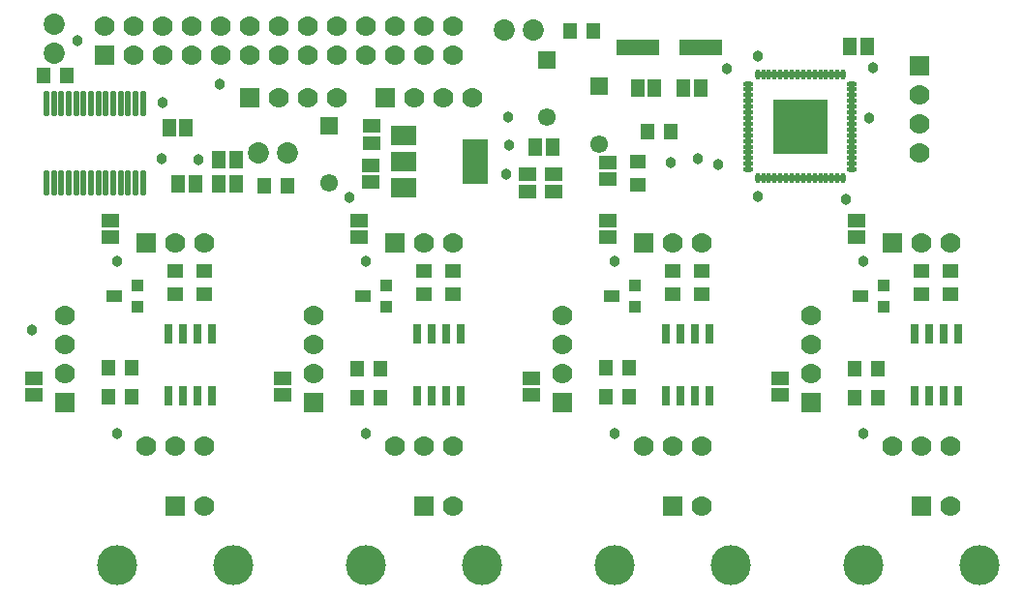
<source format=gts>
%FSLAX25Y25*%
%MOIN*%
G70*
G01*
G75*
G04 Layer_Color=8388736*
%ADD10R,0.04331X0.05512*%
%ADD11R,0.05512X0.04331*%
%ADD12R,0.07900X0.05900*%
%ADD13R,0.07900X0.15000*%
%ADD14R,0.04000X0.05000*%
%ADD15R,0.13780X0.04724*%
%ADD16R,0.05000X0.03600*%
%ADD17R,0.03600X0.03600*%
%ADD18R,0.05000X0.04000*%
%ADD19R,0.02362X0.06102*%
%ADD20O,0.01378X0.08268*%
%ADD21R,0.17716X0.17716*%
%ADD22O,0.00984X0.02953*%
%ADD23O,0.02953X0.00984*%
%ADD24C,0.01000*%
%ADD25C,0.02500*%
%ADD26R,0.06200X0.06200*%
%ADD27C,0.06200*%
%ADD28C,0.05315*%
%ADD29R,0.05315X0.05315*%
%ADD30R,0.06200X0.06200*%
%ADD31C,0.12992*%
%ADD32C,0.06500*%
%ADD33C,0.03000*%
%ADD34C,0.01500*%
%ADD35C,0.02000*%
%ADD36R,0.20965X0.19882*%
%ADD37C,0.00787*%
%ADD38C,0.00500*%
%ADD39C,0.00400*%
%ADD40C,0.00600*%
%ADD41C,0.00984*%
%ADD42C,0.02362*%
%ADD43C,0.00098*%
%ADD44C,0.00098*%
%ADD45R,0.05131X0.06312*%
%ADD46R,0.06312X0.05131*%
%ADD47R,0.08700X0.06700*%
%ADD48R,0.08700X0.15800*%
%ADD49R,0.04800X0.05800*%
%ADD50R,0.14579X0.05524*%
%ADD51R,0.05800X0.04400*%
%ADD52R,0.04400X0.04400*%
%ADD53R,0.05800X0.04800*%
%ADD54R,0.03162X0.06902*%
%ADD55O,0.02178X0.09068*%
%ADD56R,0.18517X0.18517*%
%ADD57O,0.01784X0.03753*%
%ADD58O,0.03753X0.01784*%
%ADD59R,0.07000X0.07000*%
%ADD60C,0.07000*%
%ADD61C,0.06115*%
%ADD62R,0.06115X0.06115*%
%ADD63R,0.07000X0.07000*%
%ADD64C,0.13792*%
%ADD65C,0.07300*%
%ADD66C,0.03800*%
D45*
X280610Y272441D02*
D03*
X286516D02*
D03*
X388976Y306988D02*
D03*
X394882D02*
D03*
X321752Y292520D02*
D03*
X315846D02*
D03*
X331693D02*
D03*
X337598D02*
D03*
X154527Y278937D02*
D03*
X160433D02*
D03*
X157677Y259744D02*
D03*
X163583D02*
D03*
X177559Y268012D02*
D03*
X171654D02*
D03*
X177559Y259744D02*
D03*
X171654D02*
D03*
D46*
X278051Y262894D02*
D03*
Y256988D02*
D03*
X305807Y267027D02*
D03*
Y261122D02*
D03*
X286910Y262894D02*
D03*
Y256988D02*
D03*
X224114Y260138D02*
D03*
Y266043D02*
D03*
X134252Y247047D02*
D03*
Y241142D02*
D03*
X107874Y186811D02*
D03*
Y192717D02*
D03*
X219882Y247047D02*
D03*
Y241142D02*
D03*
X193504Y186811D02*
D03*
Y192717D02*
D03*
X391240Y241142D02*
D03*
Y247047D02*
D03*
X364862Y192717D02*
D03*
Y186811D02*
D03*
X279232Y192717D02*
D03*
Y186811D02*
D03*
X305610Y241142D02*
D03*
Y247047D02*
D03*
X224213Y279626D02*
D03*
Y273720D02*
D03*
D47*
X235166Y258124D02*
D03*
Y267224D02*
D03*
Y276324D02*
D03*
D48*
X259966Y267224D02*
D03*
D49*
X319374Y277657D02*
D03*
X327374D02*
D03*
X119417Y296850D02*
D03*
X111417D02*
D03*
X133732Y186221D02*
D03*
X141732D02*
D03*
X133732Y196260D02*
D03*
X141732D02*
D03*
X219362Y196063D02*
D03*
X227362D02*
D03*
X219362Y186024D02*
D03*
X227362D02*
D03*
X305091Y196260D02*
D03*
X313091D02*
D03*
X305091Y186221D02*
D03*
X313091D02*
D03*
X390721Y196063D02*
D03*
X398721D02*
D03*
X390720Y186024D02*
D03*
X398720D02*
D03*
X195374Y258858D02*
D03*
X187374D02*
D03*
X300492Y312402D02*
D03*
X292492D02*
D03*
D50*
X337543Y306701D02*
D03*
X315893D02*
D03*
D51*
X135740Y221030D02*
D03*
X221370D02*
D03*
X307098D02*
D03*
X392728D02*
D03*
D52*
X143740Y217230D02*
D03*
Y224730D02*
D03*
X229370Y217230D02*
D03*
Y224730D02*
D03*
X315098D02*
D03*
Y217230D02*
D03*
X400728Y224730D02*
D03*
Y217230D02*
D03*
D53*
X166693Y221730D02*
D03*
Y229730D02*
D03*
X156693Y221730D02*
D03*
Y229730D02*
D03*
X252323Y221730D02*
D03*
Y229730D02*
D03*
X242323Y221730D02*
D03*
Y229730D02*
D03*
X413681D02*
D03*
Y221730D02*
D03*
X338051Y229730D02*
D03*
Y221730D02*
D03*
X423681Y229730D02*
D03*
Y221730D02*
D03*
X328051Y229730D02*
D03*
Y221730D02*
D03*
X315945Y259338D02*
D03*
Y267338D02*
D03*
D54*
X411181Y186600D02*
D03*
X416181D02*
D03*
X421181D02*
D03*
X426181D02*
D03*
Y207860D02*
D03*
X421181D02*
D03*
X416181D02*
D03*
X411181D02*
D03*
X325551Y186600D02*
D03*
X330551D02*
D03*
X335551D02*
D03*
X340551D02*
D03*
Y207860D02*
D03*
X335551D02*
D03*
X330551D02*
D03*
X325551D02*
D03*
X239823D02*
D03*
X244823D02*
D03*
X249823D02*
D03*
X254823D02*
D03*
Y186600D02*
D03*
X249823D02*
D03*
X244823D02*
D03*
X239823D02*
D03*
X154193Y207860D02*
D03*
X159193D02*
D03*
X164193D02*
D03*
X169193D02*
D03*
Y186600D02*
D03*
X164193D02*
D03*
X159193D02*
D03*
X154193D02*
D03*
D55*
X112303Y260039D02*
D03*
X114862D02*
D03*
X117421D02*
D03*
X119981D02*
D03*
X122539D02*
D03*
X125099D02*
D03*
X127657D02*
D03*
X130217D02*
D03*
X132776D02*
D03*
X135335D02*
D03*
X137894D02*
D03*
X140453D02*
D03*
X143012D02*
D03*
X145571D02*
D03*
X112303Y287205D02*
D03*
X114862D02*
D03*
X117421D02*
D03*
X119981D02*
D03*
X122539D02*
D03*
X125099D02*
D03*
X127657D02*
D03*
X130217D02*
D03*
X132776D02*
D03*
X135335D02*
D03*
X137894D02*
D03*
X140453D02*
D03*
X143012D02*
D03*
X145571D02*
D03*
D56*
X371949Y279331D02*
D03*
D57*
X357185Y297146D02*
D03*
X359154D02*
D03*
X361122D02*
D03*
X363091D02*
D03*
X365059D02*
D03*
X367028D02*
D03*
X368996D02*
D03*
X370965D02*
D03*
X372933D02*
D03*
X374902D02*
D03*
X376870D02*
D03*
X378839D02*
D03*
X380807D02*
D03*
X382776D02*
D03*
X384744D02*
D03*
X386713D02*
D03*
Y261516D02*
D03*
X384744D02*
D03*
X382776D02*
D03*
X380807D02*
D03*
X378839D02*
D03*
X376870D02*
D03*
X374902D02*
D03*
X372933D02*
D03*
X370965D02*
D03*
X368996D02*
D03*
X367028D02*
D03*
X365059D02*
D03*
X363091D02*
D03*
X361122D02*
D03*
X359154D02*
D03*
X357185D02*
D03*
D58*
X389764Y294094D02*
D03*
Y292126D02*
D03*
Y290157D02*
D03*
Y288189D02*
D03*
Y286220D02*
D03*
Y284252D02*
D03*
Y282283D02*
D03*
Y280315D02*
D03*
Y278346D02*
D03*
Y276378D02*
D03*
Y274409D02*
D03*
Y272441D02*
D03*
Y270472D02*
D03*
Y268504D02*
D03*
Y266535D02*
D03*
Y264567D02*
D03*
X354134D02*
D03*
Y266535D02*
D03*
Y268504D02*
D03*
Y270472D02*
D03*
Y272441D02*
D03*
Y274409D02*
D03*
Y276378D02*
D03*
Y278346D02*
D03*
Y280315D02*
D03*
Y282283D02*
D03*
Y284252D02*
D03*
Y286220D02*
D03*
Y288189D02*
D03*
Y290157D02*
D03*
Y292126D02*
D03*
Y294094D02*
D03*
D59*
X132283Y304035D02*
D03*
X228838Y289173D02*
D03*
X146693Y239230D02*
D03*
X232323D02*
D03*
X403681D02*
D03*
X318051D02*
D03*
X182272Y289256D02*
D03*
D60*
X132283Y314035D02*
D03*
X142283Y304035D02*
D03*
Y314035D02*
D03*
X152284Y304035D02*
D03*
Y314035D02*
D03*
X162284Y304035D02*
D03*
Y314035D02*
D03*
X172283Y304035D02*
D03*
Y314035D02*
D03*
X182283Y304035D02*
D03*
Y314035D02*
D03*
X192283Y304035D02*
D03*
Y314035D02*
D03*
X202284Y304035D02*
D03*
Y314035D02*
D03*
X212283Y304035D02*
D03*
Y314035D02*
D03*
X222284Y304035D02*
D03*
Y314035D02*
D03*
X232283Y304035D02*
D03*
Y314035D02*
D03*
X242284Y304035D02*
D03*
Y314035D02*
D03*
X252284Y304035D02*
D03*
Y314035D02*
D03*
X258839Y289173D02*
D03*
X248838D02*
D03*
X238839D02*
D03*
X412992Y270197D02*
D03*
Y280197D02*
D03*
Y290197D02*
D03*
X146693Y169230D02*
D03*
X156693D02*
D03*
X166693D02*
D03*
X166535Y148502D02*
D03*
X156693Y239230D02*
D03*
X166693D02*
D03*
X118740Y194230D02*
D03*
Y204230D02*
D03*
Y214230D02*
D03*
X204370Y194230D02*
D03*
Y204230D02*
D03*
Y214230D02*
D03*
X252165Y148502D02*
D03*
X232323Y169230D02*
D03*
X242323D02*
D03*
X252323D02*
D03*
X242323Y239230D02*
D03*
X252323D02*
D03*
X290098Y214230D02*
D03*
Y204230D02*
D03*
Y194230D02*
D03*
X375728Y214230D02*
D03*
Y204230D02*
D03*
Y194230D02*
D03*
X338051Y169230D02*
D03*
X328051D02*
D03*
X318051D02*
D03*
X423681D02*
D03*
X413681D02*
D03*
X403681D02*
D03*
X423681Y239230D02*
D03*
X413681D02*
D03*
X423524Y148502D02*
D03*
X337894D02*
D03*
X338051Y239230D02*
D03*
X328051D02*
D03*
X212272Y289256D02*
D03*
X202272D02*
D03*
X192272D02*
D03*
D61*
X284744Y282480D02*
D03*
X302756Y273425D02*
D03*
X209646Y259842D02*
D03*
D62*
X284744Y302165D02*
D03*
X302756Y293110D02*
D03*
X209646Y279528D02*
D03*
D63*
X412992Y300197D02*
D03*
X156693Y148502D02*
D03*
X118740Y184230D02*
D03*
X204370D02*
D03*
X242323Y148502D02*
D03*
X290098Y184230D02*
D03*
X375728D02*
D03*
X413681Y148502D02*
D03*
X328051D02*
D03*
D64*
X136614Y128423D02*
D03*
X176772D02*
D03*
X222244D02*
D03*
X262402D02*
D03*
X433760D02*
D03*
X393602D02*
D03*
X348130D02*
D03*
X307972D02*
D03*
D65*
X114862Y304468D02*
D03*
Y314469D02*
D03*
X280079Y312500D02*
D03*
X270079D02*
D03*
X195433Y270374D02*
D03*
X185433D02*
D03*
D66*
X152067Y268307D02*
D03*
X152165Y287697D02*
D03*
X346654Y299114D02*
D03*
X336614Y268110D02*
D03*
X343602Y266142D02*
D03*
X396998Y299459D02*
D03*
X357185Y303740D02*
D03*
X395669Y282382D02*
D03*
X387500Y254232D02*
D03*
X327362Y267028D02*
D03*
X357382Y255118D02*
D03*
X216535Y254823D02*
D03*
X270571Y262894D02*
D03*
X271654Y273031D02*
D03*
X271358Y282776D02*
D03*
X107480Y209154D02*
D03*
X123130Y309055D02*
D03*
X171850Y294094D02*
D03*
X164567Y268012D02*
D03*
X136614Y173622D02*
D03*
Y233071D02*
D03*
X222244D02*
D03*
Y173622D02*
D03*
X393602D02*
D03*
Y233071D02*
D03*
X307972D02*
D03*
Y173622D02*
D03*
M02*

</source>
